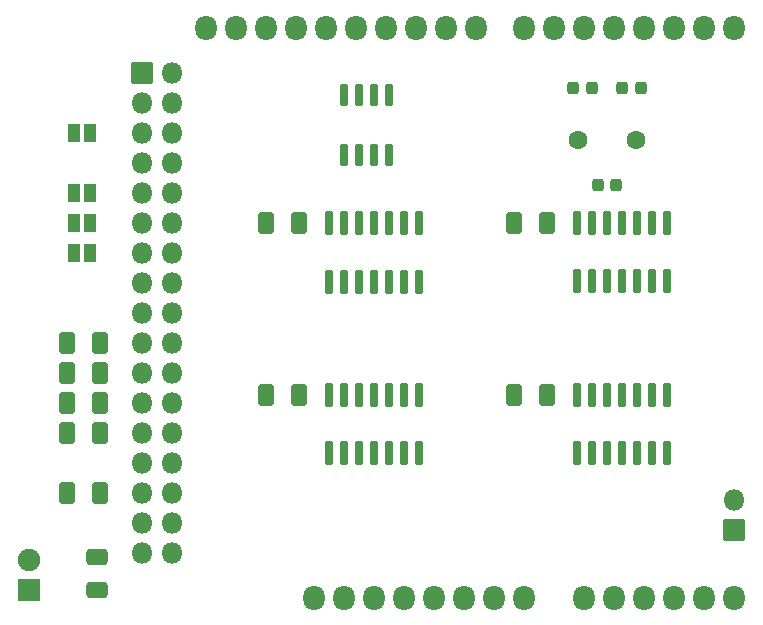
<source format=gts>
G04 #@! TF.GenerationSoftware,KiCad,Pcbnew,(6.0.7)*
G04 #@! TF.CreationDate,2022-09-30T10:08:23+09:00*
G04 #@! TF.ProjectId,fdshield,66647368-6965-46c6-942e-6b696361645f,rev?*
G04 #@! TF.SameCoordinates,Original*
G04 #@! TF.FileFunction,Soldermask,Top*
G04 #@! TF.FilePolarity,Negative*
%FSLAX46Y46*%
G04 Gerber Fmt 4.6, Leading zero omitted, Abs format (unit mm)*
G04 Created by KiCad (PCBNEW (6.0.7)) date 2022-09-30 10:08:23*
%MOMM*%
%LPD*%
G01*
G04 APERTURE LIST*
G04 Aperture macros list*
%AMRoundRect*
0 Rectangle with rounded corners*
0 $1 Rounding radius*
0 $2 $3 $4 $5 $6 $7 $8 $9 X,Y pos of 4 corners*
0 Add a 4 corners polygon primitive as box body*
4,1,4,$2,$3,$4,$5,$6,$7,$8,$9,$2,$3,0*
0 Add four circle primitives for the rounded corners*
1,1,$1+$1,$2,$3*
1,1,$1+$1,$4,$5*
1,1,$1+$1,$6,$7*
1,1,$1+$1,$8,$9*
0 Add four rect primitives between the rounded corners*
20,1,$1+$1,$2,$3,$4,$5,0*
20,1,$1+$1,$4,$5,$6,$7,0*
20,1,$1+$1,$6,$7,$8,$9,0*
20,1,$1+$1,$8,$9,$2,$3,0*%
G04 Aperture macros list end*
%ADD10O,1.827200X2.132000*%
%ADD11RoundRect,0.300000X0.625000X-0.375000X0.625000X0.375000X-0.625000X0.375000X-0.625000X-0.375000X0*%
%ADD12RoundRect,0.050000X-0.850000X-0.850000X0.850000X-0.850000X0.850000X0.850000X-0.850000X0.850000X0*%
%ADD13O,1.800000X1.800000*%
%ADD14RoundRect,0.300000X-0.375000X-0.625000X0.375000X-0.625000X0.375000X0.625000X-0.375000X0.625000X0*%
%ADD15RoundRect,0.050000X0.500000X0.750000X-0.500000X0.750000X-0.500000X-0.750000X0.500000X-0.750000X0*%
%ADD16RoundRect,0.300000X0.375000X0.625000X-0.375000X0.625000X-0.375000X-0.625000X0.375000X-0.625000X0*%
%ADD17RoundRect,0.200000X0.150000X-0.825000X0.150000X0.825000X-0.150000X0.825000X-0.150000X-0.825000X0*%
%ADD18RoundRect,0.200000X0.150000X-0.725000X0.150000X0.725000X-0.150000X0.725000X-0.150000X-0.725000X0*%
%ADD19RoundRect,0.050000X0.900000X-0.900000X0.900000X0.900000X-0.900000X0.900000X-0.900000X-0.900000X0*%
%ADD20C,1.900000*%
%ADD21RoundRect,0.268750X-0.218750X-0.256250X0.218750X-0.256250X0.218750X0.256250X-0.218750X0.256250X0*%
%ADD22C,1.600000*%
%ADD23RoundRect,0.268750X0.218750X0.256250X-0.218750X0.256250X-0.218750X-0.256250X0.218750X-0.256250X0*%
%ADD24RoundRect,0.050000X0.850000X0.850000X-0.850000X0.850000X-0.850000X-0.850000X0.850000X-0.850000X0*%
G04 APERTURE END LIST*
D10*
G04 #@! TO.C,P1*
X138938000Y-123825000D03*
X141478000Y-123825000D03*
X144018000Y-123825000D03*
X146558000Y-123825000D03*
X149098000Y-123825000D03*
X151638000Y-123825000D03*
X154178000Y-123825000D03*
X156718000Y-123825000D03*
G04 #@! TD*
G04 #@! TO.C,P2*
X161798000Y-123825000D03*
X164338000Y-123825000D03*
X166878000Y-123825000D03*
X169418000Y-123825000D03*
X171958000Y-123825000D03*
X174498000Y-123825000D03*
G04 #@! TD*
G04 #@! TO.C,P3*
X129794000Y-75565000D03*
X132334000Y-75565000D03*
X134874000Y-75565000D03*
X137414000Y-75565000D03*
X139954000Y-75565000D03*
X142494000Y-75565000D03*
X145034000Y-75565000D03*
X147574000Y-75565000D03*
X150114000Y-75565000D03*
X152654000Y-75565000D03*
G04 #@! TD*
G04 #@! TO.C,P4*
X156718000Y-75565000D03*
X159258000Y-75565000D03*
X161798000Y-75565000D03*
X164338000Y-75565000D03*
X166878000Y-75565000D03*
X169418000Y-75565000D03*
X171958000Y-75565000D03*
X174498000Y-75565000D03*
G04 #@! TD*
D11*
G04 #@! TO.C,R6*
X120523000Y-123190000D03*
X120523000Y-120390000D03*
G04 #@! TD*
D12*
G04 #@! TO.C,J1*
X124333000Y-79375000D03*
D13*
X126873000Y-79375000D03*
X124333000Y-81915000D03*
X126873000Y-81915000D03*
X124333000Y-84455000D03*
X126873000Y-84455000D03*
X124333000Y-86995000D03*
X126873000Y-86995000D03*
X124333000Y-89535000D03*
X126873000Y-89535000D03*
X124333000Y-92075000D03*
X126873000Y-92075000D03*
X124333000Y-94615000D03*
X126873000Y-94615000D03*
X124333000Y-97155000D03*
X126873000Y-97155000D03*
X124333000Y-99695000D03*
X126873000Y-99695000D03*
X124333000Y-102235000D03*
X126873000Y-102235000D03*
X124333000Y-104775000D03*
X126873000Y-104775000D03*
X124333000Y-107315000D03*
X126873000Y-107315000D03*
X124333000Y-109855000D03*
X126873000Y-109855000D03*
X124333000Y-112395000D03*
X126873000Y-112395000D03*
X124333000Y-114935000D03*
X126873000Y-114935000D03*
X124333000Y-117475000D03*
X126873000Y-117475000D03*
X124333000Y-120015000D03*
X126873000Y-120015000D03*
G04 #@! TD*
D14*
G04 #@! TO.C,R5*
X117983000Y-114935000D03*
X120783000Y-114935000D03*
G04 #@! TD*
G04 #@! TO.C,R4*
X117983000Y-109855000D03*
X120783000Y-109855000D03*
G04 #@! TD*
G04 #@! TO.C,R3*
X117983000Y-107315000D03*
X120783000Y-107315000D03*
G04 #@! TD*
G04 #@! TO.C,R2*
X117983000Y-104775000D03*
X120783000Y-104775000D03*
G04 #@! TD*
G04 #@! TO.C,R1*
X117983000Y-102235000D03*
X120783000Y-102235000D03*
G04 #@! TD*
D15*
G04 #@! TO.C,DS0*
X119903000Y-89535000D03*
X118603000Y-89535000D03*
G04 #@! TD*
G04 #@! TO.C,DS3*
X119903000Y-84455000D03*
X118603000Y-84455000D03*
G04 #@! TD*
G04 #@! TO.C,DS1*
X119918000Y-92075000D03*
X118618000Y-92075000D03*
G04 #@! TD*
D16*
G04 #@! TO.C,C2*
X158623000Y-92075000D03*
X155823000Y-92075000D03*
G04 #@! TD*
G04 #@! TO.C,C4*
X158623000Y-106680000D03*
X155823000Y-106680000D03*
G04 #@! TD*
G04 #@! TO.C,C3*
X137668000Y-106680000D03*
X134868000Y-106680000D03*
G04 #@! TD*
G04 #@! TO.C,C1*
X137668000Y-92075000D03*
X134868000Y-92075000D03*
G04 #@! TD*
D17*
G04 #@! TO.C,U1*
X161163000Y-111630000D03*
X162433000Y-111630000D03*
X163703000Y-111630000D03*
X164973000Y-111630000D03*
X166243000Y-111630000D03*
X167513000Y-111630000D03*
X168783000Y-111630000D03*
X168783000Y-106680000D03*
X167513000Y-106680000D03*
X166243000Y-106680000D03*
X164973000Y-106680000D03*
X163703000Y-106680000D03*
X162433000Y-106680000D03*
X161163000Y-106680000D03*
G04 #@! TD*
G04 #@! TO.C,U3*
X140208000Y-111630000D03*
X141478000Y-111630000D03*
X142748000Y-111630000D03*
X144018000Y-111630000D03*
X145288000Y-111630000D03*
X146558000Y-111630000D03*
X147828000Y-111630000D03*
X147828000Y-106680000D03*
X146558000Y-106680000D03*
X145288000Y-106680000D03*
X144018000Y-106680000D03*
X142748000Y-106680000D03*
X141478000Y-106680000D03*
X140208000Y-106680000D03*
G04 #@! TD*
G04 #@! TO.C,U4*
X140208000Y-97090000D03*
X141478000Y-97090000D03*
X142748000Y-97090000D03*
X144018000Y-97090000D03*
X145288000Y-97090000D03*
X146558000Y-97090000D03*
X147828000Y-97090000D03*
X147828000Y-92140000D03*
X146558000Y-92140000D03*
X145288000Y-92140000D03*
X144018000Y-92140000D03*
X142748000Y-92140000D03*
X141478000Y-92140000D03*
X140208000Y-92140000D03*
G04 #@! TD*
D18*
G04 #@! TO.C,U5*
X141478000Y-86395000D03*
X142748000Y-86395000D03*
X144018000Y-86395000D03*
X145288000Y-86395000D03*
X145288000Y-81245000D03*
X144018000Y-81245000D03*
X142748000Y-81245000D03*
X141478000Y-81245000D03*
G04 #@! TD*
D19*
G04 #@! TO.C,D1*
X114808000Y-123190000D03*
D20*
X114808000Y-120650000D03*
G04 #@! TD*
D21*
G04 #@! TO.C,C5*
X160858000Y-80645000D03*
X162433000Y-80645000D03*
G04 #@! TD*
D22*
G04 #@! TO.C,Y1*
X161253000Y-85090000D03*
X166133000Y-85090000D03*
G04 #@! TD*
D23*
G04 #@! TO.C,R7*
X164490500Y-88900000D03*
X162915500Y-88900000D03*
G04 #@! TD*
D17*
G04 #@! TO.C,U6*
X161163000Y-97025000D03*
X162433000Y-97025000D03*
X163703000Y-97025000D03*
X164973000Y-97025000D03*
X166243000Y-97025000D03*
X167513000Y-97025000D03*
X168783000Y-97025000D03*
X168783000Y-92075000D03*
X167513000Y-92075000D03*
X166243000Y-92075000D03*
X164973000Y-92075000D03*
X163703000Y-92075000D03*
X162433000Y-92075000D03*
X161163000Y-92075000D03*
G04 #@! TD*
D23*
G04 #@! TO.C,C6*
X166548000Y-80645000D03*
X164973000Y-80645000D03*
G04 #@! TD*
D15*
G04 #@! TO.C,DS2*
X119903000Y-94615000D03*
X118603000Y-94615000D03*
G04 #@! TD*
D24*
G04 #@! TO.C,JP5*
X174498000Y-118110000D03*
D13*
X174498000Y-115570000D03*
G04 #@! TD*
M02*

</source>
